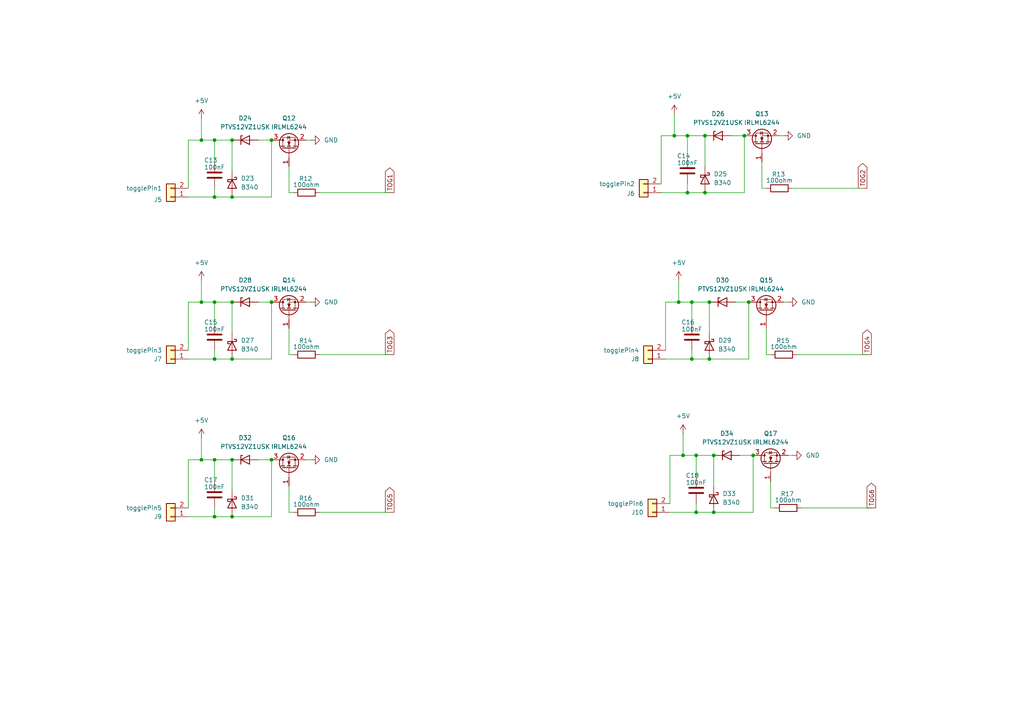
<source format=kicad_sch>
(kicad_sch (version 20231120) (generator "eeschema") (generator_version "8.0")
  (paper "A4")
  (lib_symbols
    (symbol "Connector_Generic:Conn_01x02" (pin_names (offset 1.016) hide)
      (property "Reference" "J" (at 0 2.54 0))
      (property "Value" "Conn_01x02" (at 0 -5.08 0))
      (symbol "Conn_01x02_1_1"
        (rectangle (start -1.27 -2.413) (end 0 -2.667) (stroke (width 0.1524)))
        (rectangle (start -1.27 0.127) (end 0 -0.127) (stroke (width 0.1524)))
        (rectangle (start -1.27 1.27) (end 1.27 -3.81) (stroke (width 0.254)) (fill (type background)))
        (pin passive line (at -5.08 0 0) (length 3.81) (name "Pin_1") (number "1"))
        (pin passive line (at -5.08 -2.54 0) (length 3.81) (name "Pin_2") (number "2"))
      )
    )
    (symbol "Device:C" (pin_numbers hide) (pin_names (offset 0.254))
      (property "Reference" "C" (at 0.635 2.54 0))
      (property "Value" "C" (at 0.635 -2.54 0))
      (symbol "C_0_1"
        (polyline (pts (xy -2.032 -0.762) (xy 2.032 -0.762)) (stroke (width 0.508)))
        (polyline (pts (xy -2.032 0.762) (xy 2.032 0.762)) (stroke (width 0.508)))
      )
      (symbol "C_1_1"
        (pin passive line (at 0 3.81 270) (length 2.794) (name "~") (number "1"))
        (pin passive line (at 0 -3.81 90) (length 2.794) (name "~") (number "2"))
      )
    )
    (symbol "Device:R" (pin_numbers hide) (pin_names (offset 0))
      (property "Reference" "R" (at 2.032 0 90))
      (property "Value" "R" (at 0 0 90))
      (symbol "R_0_1"
        (rectangle (start -1.016 -2.54) (end 1.016 2.54) (stroke (width 0.254)))
      )
      (symbol "R_1_1"
        (pin passive line (at 0 3.81 270) (length 1.27) (name "~") (number "1"))
        (pin passive line (at 0 -3.81 90) (length 1.27) (name "~") (number "2"))
      )
    )
    (symbol "Diode:B340" (pin_numbers hide) (pin_names (offset 1.016) hide)
      (property "Reference" "D" (at 0 2.54 0))
      (property "Value" "B340" (at 0 -2.54 0))
      (symbol "B340_0_1"
        (polyline (pts (xy 1.27 0) (xy -1.27 0)))
        (polyline (pts (xy 1.27 1.27) (xy 1.27 -1.27) (xy -1.27 0) (xy 1.27 1.27)) (stroke (width 0.254)))
        (polyline (pts (xy -1.905 0.635) (xy -1.905 1.27) (xy -1.27 1.27) (xy -1.27 -1.27) (xy -0.635 -1.27) (xy -0.635 -0.635)) (stroke (width 0.254)))
      )
      (symbol "B340_1_1"
        (pin passive line (at -3.81 0 0) (length 2.54) (name "K") (number "1"))
        (pin passive line (at 3.81 0 180) (length 2.54) (name "A") (number "2"))
      )
    )
    (symbol "Diode:PTVS12VZ1USK" (pin_numbers hide) (pin_names hide)
      (property "Reference" "D" (at 0 2.54 0))
      (property "Value" "PTVS12VZ1USK" (at 0 -2.54 0))
      (symbol "PTVS12VZ1USK_0_1"
        (polyline (pts (xy 1.27 0) (xy -1.27 0)))
        (polyline (pts (xy -1.27 -1.27) (xy -1.27 1.27) (xy -0.762 1.27)) (stroke (width 0.254)))
        (polyline (pts (xy 1.27 -1.27) (xy 1.27 1.27) (xy -1.27 0) (xy 1.27 -1.27)) (stroke (width 0.254)))
      )
      (symbol "PTVS12VZ1USK_1_1"
        (pin passive line (at -3.81 0 0) (length 2.54) (name "K") (number "1"))
        (pin passive line (at 3.81 0 180) (length 2.54) (name "A") (number "2"))
      )
    )
    (symbol "Transistor_FET:IRLML6244" (pin_names hide)
      (property "Reference" "Q" (at 5.08 1.905 0))
      (property "Value" "IRLML6244" (at 5.08 0 0))
      (symbol "IRLML6244_0_1"
        (polyline (pts (xy 0.254 0) (xy -2.54 0)))
        (polyline (pts (xy 0.254 1.905) (xy 0.254 -1.905)) (stroke (width 0.254)))
        (polyline (pts (xy 0.762 -1.27) (xy 0.762 -2.286)) (stroke (width 0.254)))
        (polyline (pts (xy 0.762 0.508) (xy 0.762 -0.508)) (stroke (width 0.254)))
        (polyline (pts (xy 0.762 2.286) (xy 0.762 1.27)) (stroke (width 0.254)))
        (polyline (pts (xy 2.54 2.54) (xy 2.54 1.778)))
        (polyline (pts (xy 2.54 -2.54) (xy 2.54 0) (xy 0.762 0)))
        (polyline (pts (xy 0.762 -1.778) (xy 3.302 -1.778) (xy 3.302 1.778) (xy 0.762 1.778)))
        (polyline (pts (xy 1.016 0) (xy 2.032 0.381) (xy 2.032 -0.381) (xy 1.016 0)) (fill (type outline)))
        (polyline (pts (xy 2.794 0.508) (xy 2.921 0.381) (xy 3.683 0.381) (xy 3.81 0.254)))
        (polyline (pts (xy 3.302 0.381) (xy 2.921 -0.254) (xy 3.683 -0.254) (xy 3.302 0.381)))
        (circle (center 1.651 0) (radius 2.794) (stroke (width 0.254)))
        (circle (center 2.54 -1.778) (radius 0.254) (fill (type outline)))
        (circle (center 2.54 1.778) (radius 0.254) (fill (type outline)))
      )
      (symbol "IRLML6244_1_1"
        (pin input line (at -5.08 0 0) (length 2.54) (name "G") (number "1"))
        (pin passive line (at 2.54 -5.08 90) (length 2.54) (name "S") (number "2"))
        (pin passive line (at 2.54 5.08 270) (length 2.54) (name "D") (number "3"))
      )
    )
    (symbol "power:+5V" (power) (pin_numbers hide) (pin_names (offset 0) hide)
      (property "Value" "+5V" (at 0 3.556 0))
      (symbol "+5V_0_1"
        (polyline (pts (xy -0.762 1.27) (xy 0 2.54)))
        (polyline (pts (xy 0 0) (xy 0 2.54)))
        (polyline (pts (xy 0 2.54) (xy 0.762 1.27)))
      )
      (symbol "+5V_1_1"
        (pin power_in line (at 0 0 90) (length 0) (name "~") (number "1"))
      )
    )
    (symbol "power:GND" (power) (pin_numbers hide) (pin_names (offset 0) hide)
      (property "Value" "GND" (at 0 -3.81 0))
      (symbol "GND_0_1"
        (polyline (pts (xy 0 0) (xy 0 -1.27) (xy 1.27 -1.27) (xy 0 -2.54) (xy -1.27 -1.27) (xy 0 -1.27)))
      )
      (symbol "GND_1_1"
        (pin power_in line (at 0 0 270) (length 0) (name "~") (number "1"))
      )
    )
  )
  (junction (at 62.23 133.35))
  (junction (at 78.74 133.35))
  (junction (at 200.66 104.14))
  (junction (at 62.23 40.64))
  (junction (at 196.85 87.63))
  (junction (at 62.23 87.63))
  (junction (at 67.31 87.63))
  (junction (at 215.9 39.37))
  (junction (at 201.93 148.59))
  (junction (at 62.23 104.14))
  (junction (at 195.58 39.37))
  (junction (at 58.42 87.63))
  (junction (at 204.47 39.37))
  (junction (at 205.74 104.14))
  (junction (at 62.23 57.15))
  (junction (at 217.17 87.63))
  (junction (at 207.01 132.08))
  (junction (at 67.31 57.15))
  (junction (at 198.12 132.08))
  (junction (at 205.74 87.63))
  (junction (at 78.74 87.63))
  (junction (at 67.31 133.35))
  (junction (at 67.31 149.86))
  (junction (at 200.66 87.63))
  (junction (at 58.42 133.35))
  (junction (at 204.47 55.88))
  (junction (at 78.74 40.64))
  (junction (at 199.39 55.88))
  (junction (at 67.31 40.64))
  (junction (at 67.31 104.14))
  (junction (at 218.44 132.08))
  (junction (at 199.39 39.37))
  (junction (at 201.93 132.08))
  (junction (at 58.42 40.64))
  (junction (at 207.01 148.59))
  (junction (at 62.23 149.86))
  (wire (pts (xy 54.61 40.64) (xy 54.61 54.61)))
  (wire (pts (xy 83.82 148.59) (xy 83.82 140.97)))
  (wire (pts (xy 199.39 39.37) (xy 199.39 45.72)))
  (wire (pts (xy 74.93 133.35) (xy 78.74 133.35)))
  (wire (pts (xy 223.52 147.32) (xy 223.52 139.7)))
  (wire (pts (xy 58.42 133.35) (xy 62.23 133.35)))
  (wire (pts (xy 85.09 148.59) (xy 83.82 148.59)))
  (wire (pts (xy 62.23 149.86) (xy 67.31 149.86)))
  (wire (pts (xy 222.25 102.87) (xy 222.25 95.25)))
  (wire (pts (xy 78.74 87.63) (xy 78.74 104.14)))
  (wire (pts (xy 201.93 148.59) (xy 207.01 148.59)))
  (wire (pts (xy 67.31 149.86) (xy 78.74 149.86)))
  (wire (pts (xy 199.39 53.34) (xy 199.39 55.88)))
  (wire (pts (xy 54.61 133.35) (xy 58.42 133.35)))
  (wire (pts (xy 54.61 87.63) (xy 58.42 87.63)))
  (wire (pts (xy 85.09 102.87) (xy 83.82 102.87)))
  (wire (pts (xy 201.93 132.08) (xy 207.01 132.08)))
  (wire (pts (xy 200.66 87.63) (xy 205.74 87.63)))
  (wire (pts (xy 191.77 55.88) (xy 199.39 55.88)))
  (wire (pts (xy 227.33 39.37) (xy 226.06 39.37)))
  (wire (pts (xy 85.09 55.88) (xy 83.82 55.88)))
  (wire (pts (xy 67.31 87.63) (xy 67.31 96.52)))
  (wire (pts (xy 74.93 40.64) (xy 78.74 40.64)))
  (wire (pts (xy 92.71 102.87) (xy 113.03 102.87)))
  (wire (pts (xy 58.42 81.28) (xy 58.42 87.63)))
  (wire (pts (xy 92.71 55.88) (xy 113.03 55.88)))
  (wire (pts (xy 83.82 55.88) (xy 83.82 48.26)))
  (wire (pts (xy 58.42 34.29) (xy 58.42 40.64)))
  (wire (pts (xy 62.23 101.6) (xy 62.23 104.14)))
  (wire (pts (xy 78.74 133.35) (xy 78.74 149.86)))
  (wire (pts (xy 67.31 57.15) (xy 78.74 57.15)))
  (wire (pts (xy 207.01 132.08) (xy 207.01 140.97)))
  (wire (pts (xy 90.17 133.35) (xy 88.9 133.35)))
  (wire (pts (xy 222.25 54.61) (xy 220.98 54.61)))
  (wire (pts (xy 229.87 54.61) (xy 250.19 54.61)))
  (wire (pts (xy 193.04 87.63) (xy 193.04 101.6)))
  (wire (pts (xy 214.63 132.08) (xy 218.44 132.08)))
  (wire (pts (xy 204.47 55.88) (xy 215.9 55.88)))
  (wire (pts (xy 215.9 39.37) (xy 215.9 55.88)))
  (wire (pts (xy 90.17 40.64) (xy 88.9 40.64)))
  (wire (pts (xy 58.42 40.64) (xy 62.23 40.64)))
  (wire (pts (xy 195.58 33.02) (xy 195.58 39.37)))
  (wire (pts (xy 67.31 133.35) (xy 67.31 142.24)))
  (wire (pts (xy 62.23 104.14) (xy 67.31 104.14)))
  (wire (pts (xy 62.23 40.64) (xy 67.31 40.64)))
  (wire (pts (xy 193.04 104.14) (xy 200.66 104.14)))
  (wire (pts (xy 213.36 87.63) (xy 217.17 87.63)))
  (wire (pts (xy 74.93 87.63) (xy 78.74 87.63)))
  (wire (pts (xy 223.52 102.87) (xy 222.25 102.87)))
  (wire (pts (xy 229.87 132.08) (xy 228.6 132.08)))
  (wire (pts (xy 198.12 132.08) (xy 201.93 132.08)))
  (wire (pts (xy 195.58 39.37) (xy 199.39 39.37)))
  (wire (pts (xy 220.98 54.61) (xy 220.98 46.99)))
  (wire (pts (xy 200.66 104.14) (xy 205.74 104.14)))
  (wire (pts (xy 205.74 87.63) (xy 205.74 96.52)))
  (wire (pts (xy 194.31 132.08) (xy 194.31 146.05)))
  (wire (pts (xy 54.61 40.64) (xy 58.42 40.64)))
  (wire (pts (xy 199.39 39.37) (xy 204.47 39.37)))
  (wire (pts (xy 193.04 87.63) (xy 196.85 87.63)))
  (wire (pts (xy 92.71 148.59) (xy 113.03 148.59)))
  (wire (pts (xy 194.31 148.59) (xy 201.93 148.59)))
  (wire (pts (xy 191.77 39.37) (xy 195.58 39.37)))
  (wire (pts (xy 228.6 87.63) (xy 227.33 87.63)))
  (wire (pts (xy 196.85 81.28) (xy 196.85 87.63)))
  (wire (pts (xy 54.61 57.15) (xy 62.23 57.15)))
  (wire (pts (xy 62.23 133.35) (xy 67.31 133.35)))
  (wire (pts (xy 200.66 87.63) (xy 200.66 93.98)))
  (wire (pts (xy 78.74 40.64) (xy 78.74 57.15)))
  (wire (pts (xy 54.61 149.86) (xy 62.23 149.86)))
  (wire (pts (xy 196.85 87.63) (xy 200.66 87.63)))
  (wire (pts (xy 83.82 102.87) (xy 83.82 95.25)))
  (wire (pts (xy 62.23 147.32) (xy 62.23 149.86)))
  (wire (pts (xy 217.17 87.63) (xy 217.17 104.14)))
  (wire (pts (xy 200.66 101.6) (xy 200.66 104.14)))
  (wire (pts (xy 218.44 132.08) (xy 218.44 148.59)))
  (wire (pts (xy 62.23 57.15) (xy 67.31 57.15)))
  (wire (pts (xy 199.39 55.88) (xy 204.47 55.88)))
  (wire (pts (xy 191.77 39.37) (xy 191.77 53.34)))
  (wire (pts (xy 62.23 54.61) (xy 62.23 57.15)))
  (wire (pts (xy 62.23 40.64) (xy 62.23 46.99)))
  (wire (pts (xy 201.93 146.05) (xy 201.93 148.59)))
  (wire (pts (xy 207.01 148.59) (xy 218.44 148.59)))
  (wire (pts (xy 205.74 104.14) (xy 217.17 104.14)))
  (wire (pts (xy 58.42 127) (xy 58.42 133.35)))
  (wire (pts (xy 212.09 39.37) (xy 215.9 39.37)))
  (wire (pts (xy 232.41 147.32) (xy 252.73 147.32)))
  (wire (pts (xy 231.14 102.87) (xy 251.46 102.87)))
  (wire (pts (xy 198.12 125.73) (xy 198.12 132.08)))
  (wire (pts (xy 201.93 132.08) (xy 201.93 138.43)))
  (wire (pts (xy 54.61 87.63) (xy 54.61 101.6)))
  (wire (pts (xy 62.23 87.63) (xy 62.23 93.98)))
  (wire (pts (xy 62.23 87.63) (xy 67.31 87.63)))
  (wire (pts (xy 62.23 133.35) (xy 62.23 139.7)))
  (wire (pts (xy 224.79 147.32) (xy 223.52 147.32)))
  (wire (pts (xy 67.31 40.64) (xy 67.31 49.53)))
  (wire (pts (xy 90.17 87.63) (xy 88.9 87.63)))
  (wire (pts (xy 194.31 132.08) (xy 198.12 132.08)))
  (wire (pts (xy 58.42 87.63) (xy 62.23 87.63)))
  (wire (pts (xy 54.61 133.35) (xy 54.61 147.32)))
  (wire (pts (xy 204.47 39.37) (xy 204.47 48.26)))
  (wire (pts (xy 54.61 104.14) (xy 62.23 104.14)))
  (wire (pts (xy 67.31 104.14) (xy 78.74 104.14)))
  (global_label "TOG5" (shape output) (at 113.03 148.59 90) (property "Intersheetrefs" "${INTERSHEET_REFS}" (effects (hide yes))))
  (global_label "TOG6" (shape output) (at 252.73 147.32 90) (property "Intersheetrefs" "${INTERSHEET_REFS}" (effects (hide yes))))
  (global_label "TOG4" (shape output) (at 251.46 102.87 90) (property "Intersheetrefs" "${INTERSHEET_REFS}" (effects (hide yes))))
  (global_label "TOG1" (shape output) (at 113.03 55.88 90) (property "Intersheetrefs" "${INTERSHEET_REFS}" (effects (hide yes))))
  (global_label "TOG3" (shape output) (at 113.03 102.87 90) (property "Intersheetrefs" "${INTERSHEET_REFS}" (effects (hide yes))))
  (global_label "TOG2" (shape output) (at 250.19 54.61 90) (property "Intersheetrefs" "${INTERSHEET_REFS}" (effects (hide yes))))
  (symbol (lib_id "power:+5V") (at 198.12 125.73 0) (unit 1)
    (property "Reference" "#PWR046" (effects (hide yes)))
    (property "Value" "+5V" (at 198.12 120.65 0))
    (property "Description" "Power symbol creates a global label with name \"+5V\"" (effects (hide yes)))
  )
  (symbol (lib_id "Device:C") (at 62.23 143.51 0) (unit 1)
    (property "Reference" "C17" (at 59.182 139.192 0) (effects (justify left)))
    (property "Value" "100nF" (at 59.182 141.224 0) (effects (justify left)))
    (property "Footprint" "Capacitor_SMD:C_0603_1608Metric_Pad1.08x0.95mm_HandSolder" (effects (hide yes)))
    (property "Description" "Unpolarized capacitor" (effects (hide yes)))
  )
  (symbol (lib_id "Connector_Generic:Conn_01x02") (at 187.96 104.14 180) (unit 1)
    (property "Reference" "J8" (at 185.42 104.1401 0) (effects (justify left)))
    (property "Value" "togglePin4" (at 185.42 101.6001 0) (effects (justify left)))
    (property "Footprint" "Connector_JST:JST_XH_S2B-XH-A_1x02_P2.50mm_Horizontal" (effects (hide yes)))
    (property "Description" "Generic connector, single row, 01x02, script generated (kicad-library-utils/schlib/autogen/connector/)" (effects (hide yes)))
  )
  (symbol (lib_id "Transistor_FET:IRLML6244") (at 83.82 43.18 90) (unit 1)
    (property "Reference" "Q12" (at 83.82 34.29 90))
    (property "Value" "IRLML6244" (at 83.82 36.83 90))
    (property "Footprint" "Package_TO_SOT_SMD:SOT-23" (effects (hide yes)))
    (property "Datasheet" "https://www.infineon.com/dgdl/Infineon-IRLML6244-DataSheet-v01_01-EN.pdf?fileId=5546d462533600a4015356686fed261f" (effects (hide yes)))
    (property "Description" "6.3A Id, 20V Vds, 21mOhm Rds, N-Channel StrongIRFET Power MOSFET, SOT-23" (effects (hide yes)))
  )
  (symbol (lib_id "Connector_Generic:Conn_01x02") (at 49.53 149.86 180) (unit 1)
    (property "Reference" "J9" (at 46.99 149.8601 0) (effects (justify left)))
    (property "Value" "togglePin5" (at 46.99 147.3201 0) (effects (justify left)))
    (property "Footprint" "Connector_JST:JST_XH_S2B-XH-A_1x02_P2.50mm_Horizontal" (effects (hide yes)))
    (property "Description" "Generic connector, single row, 01x02, script generated (kicad-library-utils/schlib/autogen/connector/)" (effects (hide yes)))
  )
  (symbol (lib_id "Transistor_FET:IRLML6244") (at 220.98 41.91 90) (unit 1)
    (property "Reference" "Q13" (at 220.98 33.02 90))
    (property "Value" "IRLML6244" (at 220.98 35.56 90))
    (property "Footprint" "Package_TO_SOT_SMD:SOT-23" (effects (hide yes)))
    (property "Datasheet" "https://www.infineon.com/dgdl/Infineon-IRLML6244-DataSheet-v01_01-EN.pdf?fileId=5546d462533600a4015356686fed261f" (effects (hide yes)))
    (property "Description" "6.3A Id, 20V Vds, 21mOhm Rds, N-Channel StrongIRFET Power MOSFET, SOT-23" (effects (hide yes)))
  )
  (symbol (lib_id "Diode:B340") (at 67.31 146.05 270) (unit 1)
    (property "Reference" "D31" (at 69.85 144.4624 90) (effects (justify left)))
    (property "Value" "B340" (at 69.85 147.0024 90) (effects (justify left)))
    (property "Footprint" "Diode_SMD:D_SMC" (effects (hide yes)))
    (property "Datasheet" "http://www.jameco.com/Jameco/Products/ProdDS/1538777.pdf" (effects (hide yes)))
    (property "Description" "40V 3A Schottky Barrier Rectifier Diode, SMC" (effects (hide yes)))
  )
  (symbol (lib_id "Transistor_FET:IRLML6244") (at 83.82 135.89 90) (unit 1)
    (property "Reference" "Q16" (at 83.82 127 90))
    (property "Value" "IRLML6244" (at 83.82 129.54 90))
    (property "Footprint" "Package_TO_SOT_SMD:SOT-23" (effects (hide yes)))
    (property "Datasheet" "https://www.infineon.com/dgdl/Infineon-IRLML6244-DataSheet-v01_01-EN.pdf?fileId=5546d462533600a4015356686fed261f" (effects (hide yes)))
    (property "Description" "6.3A Id, 20V Vds, 21mOhm Rds, N-Channel StrongIRFET Power MOSFET, SOT-23" (effects (hide yes)))
  )
  (symbol (lib_id "Diode:PTVS12VZ1USK") (at 208.28 39.37 0) (unit 1)
    (property "Reference" "D26" (at 208.28 33.02 0))
    (property "Value" "PTVS12VZ1USK" (at 208.28 35.56 0))
    (property "Footprint" "Diode_SMD:Nexperia_DSN1608-2_1.6x0.8mm" (effects (hide yes)))
    (property "Datasheet" "https://assets.nexperia.com/documents/data-sheet/PTVS12VZ1USK.pdf" (effects (hide yes)))
    (property "Description" "12V, 1900W TVS unidirectional diode, DSN1608-2" (effects (hide yes)))
  )
  (symbol (lib_id "Diode:B340") (at 67.31 100.33 270) (unit 1)
    (property "Reference" "D27" (at 69.85 98.7424 90) (effects (justify left)))
    (property "Value" "B340" (at 69.85 101.2824 90) (effects (justify left)))
    (property "Footprint" "Diode_SMD:D_SMC" (effects (hide yes)))
    (property "Datasheet" "http://www.jameco.com/Jameco/Products/ProdDS/1538777.pdf" (effects (hide yes)))
    (property "Description" "40V 3A Schottky Barrier Rectifier Diode, SMC" (effects (hide yes)))
  )
  (symbol (lib_id "Diode:PTVS12VZ1USK") (at 71.12 133.35 0) (unit 1)
    (property "Reference" "D32" (at 71.12 127 0))
    (property "Value" "PTVS12VZ1USK" (at 71.12 129.54 0))
    (property "Footprint" "Diode_SMD:Nexperia_DSN1608-2_1.6x0.8mm" (effects (hide yes)))
    (property "Datasheet" "https://assets.nexperia.com/documents/data-sheet/PTVS12VZ1USK.pdf" (effects (hide yes)))
    (property "Description" "12V, 1900W TVS unidirectional diode, DSN1608-2" (effects (hide yes)))
  )
  (symbol (lib_id "Connector_Generic:Conn_01x02") (at 186.69 55.88 180) (unit 1)
    (property "Reference" "J6" (at 184.15 56.134 0) (effects (justify left)))
    (property "Value" "togglePin2" (at 184.15 53.3401 0) (effects (justify left)))
    (property "Footprint" "Connector_JST:JST_XH_S2B-XH-A_1x02_P2.50mm_Horizontal" (effects (hide yes)))
    (property "Description" "Generic connector, single row, 01x02, script generated (kicad-library-utils/schlib/autogen/connector/)" (effects (hide yes)))
  )
  (symbol (lib_id "Device:R") (at 226.06 54.61 270) (unit 1)
    (property "Reference" "R13" (at 225.806 50.546 90))
    (property "Value" "100ohm" (at 226.06 52.324 90))
    (property "Footprint" "Resistor_SMD:R_0603_1608Metric_Pad0.98x0.95mm_HandSolder" (effects (hide yes)))
    (property "Description" "Resistor" (effects (hide yes)))
  )
  (symbol (lib_id "Connector_Generic:Conn_01x02") (at 49.53 57.15 180) (unit 1)
    (property "Reference" "J5" (at 46.99 57.912 0) (effects (justify left)))
    (property "Value" "togglePin1" (at 46.99 54.6101 0) (effects (justify left)))
    (property "Footprint" "Connector_JST:JST_XH_S2B-XH-A_1x02_P2.50mm_Horizontal" (effects (hide yes)))
    (property "Description" "Generic connector, single row, 01x02, script generated (kicad-library-utils/schlib/autogen/connector/)" (effects (hide yes)))
  )
  (symbol (lib_id "Transistor_FET:IRLML6244") (at 223.52 134.62 90) (unit 1)
    (property "Reference" "Q17" (at 223.52 125.73 90))
    (property "Value" "IRLML6244" (at 223.52 128.27 90))
    (property "Footprint" "Package_TO_SOT_SMD:SOT-23" (effects (hide yes)))
    (property "Datasheet" "https://www.infineon.com/dgdl/Infineon-IRLML6244-DataSheet-v01_01-EN.pdf?fileId=5546d462533600a4015356686fed261f" (effects (hide yes)))
    (property "Description" "6.3A Id, 20V Vds, 21mOhm Rds, N-Channel StrongIRFET Power MOSFET, SOT-23" (effects (hide yes)))
  )
  (symbol (lib_id "Diode:B340") (at 204.47 52.07 270) (unit 1)
    (property "Reference" "D25" (at 207.01 50.4824 90) (effects (justify left)))
    (property "Value" "B340" (at 207.01 53.0224 90) (effects (justify left)))
    (property "Footprint" "Diode_SMD:D_SMC" (effects (hide yes)))
    (property "Datasheet" "http://www.jameco.com/Jameco/Products/ProdDS/1538777.pdf" (effects (hide yes)))
    (property "Description" "40V 3A Schottky Barrier Rectifier Diode, SMC" (effects (hide yes)))
  )
  (symbol (lib_id "Transistor_FET:IRLML6244") (at 83.82 90.17 90) (unit 1)
    (property "Reference" "Q14" (at 83.82 81.28 90))
    (property "Value" "IRLML6244" (at 83.82 83.82 90))
    (property "Footprint" "Package_TO_SOT_SMD:SOT-23" (effects (hide yes)))
    (property "Datasheet" "https://www.infineon.com/dgdl/Infineon-IRLML6244-DataSheet-v01_01-EN.pdf?fileId=5546d462533600a4015356686fed261f" (effects (hide yes)))
    (property "Description" "6.3A Id, 20V Vds, 21mOhm Rds, N-Channel StrongIRFET Power MOSFET, SOT-23" (effects (hide yes)))
  )
  (symbol (lib_id "Device:R") (at 228.6 147.32 270) (unit 1)
    (property "Reference" "R17" (at 228.346 143.256 90))
    (property "Value" "100ohm" (at 228.6 145.034 90))
    (property "Footprint" "Resistor_SMD:R_0603_1608Metric_Pad0.98x0.95mm_HandSolder" (effects (hide yes)))
    (property "Description" "Resistor" (effects (hide yes)))
  )
  (symbol (lib_id "Device:R") (at 88.9 55.88 270) (unit 1)
    (property "Reference" "R12" (at 88.646 51.816 90))
    (property "Value" "100ohm" (at 88.9 53.594 90))
    (property "Footprint" "Resistor_SMD:R_0603_1608Metric_Pad0.98x0.95mm_HandSolder" (effects (hide yes)))
    (property "Description" "Resistor" (effects (hide yes)))
  )
  (symbol (lib_id "Connector_Generic:Conn_01x02") (at 189.23 148.59 180) (unit 1)
    (property "Reference" "J10" (at 186.69 148.5901 0) (effects (justify left)))
    (property "Value" "togglePin6" (at 186.69 146.0501 0) (effects (justify left)))
    (property "Footprint" "Connector_JST:JST_XH_S2B-XH-A_1x02_P2.50mm_Horizontal" (effects (hide yes)))
    (property "Description" "Generic connector, single row, 01x02, script generated (kicad-library-utils/schlib/autogen/connector/)" (effects (hide yes)))
  )
  (symbol (lib_id "Diode:B340") (at 205.74 100.33 270) (unit 1)
    (property "Reference" "D29" (at 208.28 98.7424 90) (effects (justify left)))
    (property "Value" "B340" (at 208.28 101.2824 90) (effects (justify left)))
    (property "Footprint" "Diode_SMD:D_SMC" (effects (hide yes)))
    (property "Datasheet" "http://www.jameco.com/Jameco/Products/ProdDS/1538777.pdf" (effects (hide yes)))
    (property "Description" "40V 3A Schottky Barrier Rectifier Diode, SMC" (effects (hide yes)))
  )
  (symbol (lib_id "power:GND") (at 229.87 132.08 90) (unit 1)
    (property "Reference" "#PWR047" (effects (hide yes)))
    (property "Value" "GND" (at 233.68 132.0799 90) (effects (justify right)))
    (property "Description" "Power symbol creates a global label with name \"GND\" , ground" (effects (hide yes)))
  )
  (symbol (lib_id "Device:C") (at 62.23 50.8 0) (unit 1)
    (property "Reference" "C13" (at 59.182 46.482 0) (effects (justify left)))
    (property "Value" "100nF" (at 59.182 48.514 0) (effects (justify left)))
    (property "Footprint" "Capacitor_SMD:C_0603_1608Metric_Pad1.08x0.95mm_HandSolder" (effects (hide yes)))
    (property "Description" "Unpolarized capacitor" (effects (hide yes)))
  )
  (symbol (lib_id "power:GND") (at 90.17 87.63 90) (unit 1)
    (property "Reference" "#PWR021" (effects (hide yes)))
    (property "Value" "GND" (at 93.98 87.6299 90) (effects (justify right)))
    (property "Description" "Power symbol creates a global label with name \"GND\" , ground" (effects (hide yes)))
  )
  (symbol (lib_id "Diode:PTVS12VZ1USK") (at 210.82 132.08 0) (unit 1)
    (property "Reference" "D34" (at 210.82 125.73 0))
    (property "Value" "PTVS12VZ1USK" (at 210.82 128.27 0))
    (property "Footprint" "Diode_SMD:Nexperia_DSN1608-2_1.6x0.8mm" (effects (hide yes)))
    (property "Datasheet" "https://assets.nexperia.com/documents/data-sheet/PTVS12VZ1USK.pdf" (effects (hide yes)))
    (property "Description" "12V, 1900W TVS unidirectional diode, DSN1608-2" (effects (hide yes)))
  )
  (symbol (lib_id "power:+5V") (at 58.42 81.28 0) (unit 1)
    (property "Reference" "#PWR08" (effects (hide yes)))
    (property "Value" "+5V" (at 58.42 76.2 0))
    (property "Description" "Power symbol creates a global label with name \"+5V\"" (effects (hide yes)))
  )
  (symbol (lib_id "Device:C") (at 200.66 97.79 0) (unit 1)
    (property "Reference" "C16" (at 197.612 93.472 0) (effects (justify left)))
    (property "Value" "100nF" (at 197.612 95.504 0) (effects (justify left)))
    (property "Footprint" "Capacitor_SMD:C_0603_1608Metric_Pad1.08x0.95mm_HandSolder" (effects (hide yes)))
    (property "Description" "Unpolarized capacitor" (effects (hide yes)))
  )
  (symbol (lib_id "Device:C") (at 201.93 142.24 0) (unit 1)
    (property "Reference" "C18" (at 198.882 137.922 0) (effects (justify left)))
    (property "Value" "100nF" (at 198.882 139.954 0) (effects (justify left)))
    (property "Footprint" "Capacitor_SMD:C_0603_1608Metric_Pad1.08x0.95mm_HandSolder" (effects (hide yes)))
    (property "Description" "Unpolarized capacitor" (effects (hide yes)))
  )
  (symbol (lib_id "power:GND") (at 90.17 40.64 90) (unit 1)
    (property "Reference" "#PWR019" (effects (hide yes)))
    (property "Value" "GND" (at 93.98 40.6399 90) (effects (justify right)))
    (property "Description" "Power symbol creates a global label with name \"GND\" , ground" (effects (hide yes)))
  )
  (symbol (lib_id "Diode:PTVS12VZ1USK") (at 71.12 87.63 0) (unit 1)
    (property "Reference" "D28" (at 71.12 81.28 0))
    (property "Value" "PTVS12VZ1USK" (at 71.12 83.82 0))
    (property "Footprint" "Diode_SMD:Nexperia_DSN1608-2_1.6x0.8mm" (effects (hide yes)))
    (property "Datasheet" "https://assets.nexperia.com/documents/data-sheet/PTVS12VZ1USK.pdf" (effects (hide yes)))
    (property "Description" "12V, 1900W TVS unidirectional diode, DSN1608-2" (effects (hide yes)))
  )
  (symbol (lib_id "Device:R") (at 88.9 148.59 270) (unit 1)
    (property "Reference" "R16" (at 88.646 144.526 90))
    (property "Value" "100ohm" (at 88.9 146.304 90))
    (property "Footprint" "Resistor_SMD:R_0603_1608Metric_Pad0.98x0.95mm_HandSolder" (effects (hide yes)))
    (property "Description" "Resistor" (effects (hide yes)))
  )
  (symbol (lib_id "power:GND") (at 90.17 133.35 90) (unit 1)
    (property "Reference" "#PWR045" (effects (hide yes)))
    (property "Value" "GND" (at 93.98 133.3499 90) (effects (justify right)))
    (property "Description" "Power symbol creates a global label with name \"GND\" , ground" (effects (hide yes)))
  )
  (symbol (lib_id "power:GND") (at 227.33 39.37 90) (unit 1)
    (property "Reference" "#PWR020" (effects (hide yes)))
    (property "Value" "GND" (at 231.14 39.3699 90) (effects (justify right)))
    (property "Description" "Power symbol creates a global label with name \"GND\" , ground" (effects (hide yes)))
  )
  (symbol (lib_id "Diode:B340") (at 67.31 53.34 270) (unit 1)
    (property "Reference" "D23" (at 69.85 51.7524 90) (effects (justify left)))
    (property "Value" "B340" (at 69.85 54.2924 90) (effects (justify left)))
    (property "Footprint" "Diode_SMD:D_SMC" (effects (hide yes)))
    (property "Datasheet" "http://www.jameco.com/Jameco/Products/ProdDS/1538777.pdf" (effects (hide yes)))
    (property "Description" "40V 3A Schottky Barrier Rectifier Diode, SMC" (effects (hide yes)))
  )
  (symbol (lib_id "Transistor_FET:IRLML6244") (at 222.25 90.17 90) (unit 1)
    (property "Reference" "Q15" (at 222.25 81.28 90))
    (property "Value" "IRLML6244" (at 222.25 83.82 90))
    (property "Footprint" "Package_TO_SOT_SMD:SOT-23" (effects (hide yes)))
    (property "Datasheet" "https://www.infineon.com/dgdl/Infineon-IRLML6244-DataSheet-v01_01-EN.pdf?fileId=5546d462533600a4015356686fed261f" (effects (hide yes)))
    (property "Description" "6.3A Id, 20V Vds, 21mOhm Rds, N-Channel StrongIRFET Power MOSFET, SOT-23" (effects (hide yes)))
  )
  (symbol (lib_id "Diode:PTVS12VZ1USK") (at 71.12 40.64 0) (unit 1)
    (property "Reference" "D24" (at 71.12 34.29 0))
    (property "Value" "PTVS12VZ1USK" (at 71.12 36.83 0))
    (property "Footprint" "Diode_SMD:Nexperia_DSN1608-2_1.6x0.8mm" (effects (hide yes)))
    (property "Datasheet" "https://assets.nexperia.com/documents/data-sheet/PTVS12VZ1USK.pdf" (effects (hide yes)))
    (property "Description" "12V, 1900W TVS unidirectional diode, DSN1608-2" (effects (hide yes)))
  )
  (symbol (lib_id "Device:R") (at 88.9 102.87 270) (unit 1)
    (property "Reference" "R14" (at 88.646 98.806 90))
    (property "Value" "100ohm" (at 88.9 100.584 90))
    (property "Footprint" "Resistor_SMD:R_0603_1608Metric_Pad0.98x0.95mm_HandSolder" (effects (hide yes)))
    (property "Description" "Resistor" (effects (hide yes)))
  )
  (symbol (lib_id "power:+5V") (at 58.42 34.29 0) (unit 1)
    (property "Reference" "#PWR02" (effects (hide yes)))
    (property "Value" "+5V" (at 58.42 29.21 0))
    (property "Description" "Power symbol creates a global label with name \"+5V\"" (effects (hide yes)))
  )
  (symbol (lib_id "power:+5V") (at 58.42 127 0) (unit 1)
    (property "Reference" "#PWR010" (effects (hide yes)))
    (property "Value" "+5V" (at 58.42 121.92 0))
    (property "Description" "Power symbol creates a global label with name \"+5V\"" (effects (hide yes)))
  )
  (symbol (lib_id "Diode:B340") (at 207.01 144.78 270) (unit 1)
    (property "Reference" "D33" (at 209.55 143.1924 90) (effects (justify left)))
    (property "Value" "B340" (at 209.55 145.7324 90) (effects (justify left)))
    (property "Footprint" "Diode_SMD:D_SMC" (effects (hide yes)))
    (property "Datasheet" "http://www.jameco.com/Jameco/Products/ProdDS/1538777.pdf" (effects (hide yes)))
    (property "Description" "40V 3A Schottky Barrier Rectifier Diode, SMC" (effects (hide yes)))
  )
  (symbol (lib_id "Connector_Generic:Conn_01x02") (at 49.53 104.14 180) (unit 1)
    (property "Reference" "J7" (at 46.99 104.1401 0) (effects (justify left)))
    (property "Value" "togglePin3" (at 46.99 101.6001 0) (effects (justify left)))
    (property "Footprint" "Connector_JST:JST_XH_S2B-XH-A_1x02_P2.50mm_Horizontal" (effects (hide yes)))
    (property "Description" "Generic connector, single row, 01x02, script generated (kicad-library-utils/schlib/autogen/connector/)" (effects (hide yes)))
  )
  (symbol (lib_id "Diode:PTVS12VZ1USK") (at 209.55 87.63 0) (unit 1)
    (property "Reference" "D30" (at 209.55 81.28 0))
    (property "Value" "PTVS12VZ1USK" (at 209.55 83.82 0))
    (property "Footprint" "Diode_SMD:Nexperia_DSN1608-2_1.6x0.8mm" (effects (hide yes)))
    (property "Datasheet" "https://assets.nexperia.com/documents/data-sheet/PTVS12VZ1USK.pdf" (effects (hide yes)))
    (property "Description" "12V, 1900W TVS unidirectional diode, DSN1608-2" (effects (hide yes)))
  )
  (symbol (lib_id "power:+5V") (at 195.58 33.02 0) (unit 1)
    (property "Reference" "#PWR07" (effects (hide yes)))
    (property "Value" "+5V" (at 195.58 27.94 0))
    (property "Description" "Power symbol creates a global label with name \"+5V\"" (effects (hide yes)))
  )
  (symbol (lib_id "Device:C") (at 62.23 97.79 0) (unit 1)
    (property "Reference" "C15" (at 59.182 93.472 0) (effects (justify left)))
    (property "Value" "100nF" (at 59.182 95.504 0) (effects (justify left)))
    (property "Footprint" "Capacitor_SMD:C_0603_1608Metric_Pad1.08x0.95mm_HandSolder" (effects (hide yes)))
    (property "Description" "Unpolarized capacitor" (effects (hide yes)))
  )
  (symbol (lib_id "power:+5V") (at 196.85 81.28 0) (unit 1)
    (property "Reference" "#PWR09" (effects (hide yes)))
    (property "Value" "+5V" (at 196.85 76.2 0))
    (property "Description" "Power symbol creates a global label with name \"+5V\"" (effects (hide yes)))
  )
  (symbol (lib_id "Device:R") (at 227.33 102.87 270) (unit 1)
    (property "Reference" "R15" (at 227.076 98.806 90))
    (property "Value" "100ohm" (at 227.33 100.584 90))
    (property "Footprint" "Resistor_SMD:R_0603_1608Metric_Pad0.98x0.95mm_HandSolder" (effects (hide yes)))
    (property "Description" "Resistor" (effects (hide yes)))
  )
  (symbol (lib_id "power:GND") (at 228.6 87.63 90) (unit 1)
    (property "Reference" "#PWR044" (effects (hide yes)))
    (property "Value" "GND" (at 232.41 87.6299 90) (effects (justify right)))
    (property "Description" "Power symbol creates a global label with name \"GND\" , ground" (effects (hide yes)))
  )
  (symbol (lib_id "Device:C") (at 199.39 49.53 0) (unit 1)
    (property "Reference" "C14" (at 196.342 45.212 0) (effects (justify left)))
    (property "Value" "100nF" (at 196.342 47.244 0) (effects (justify left)))
    (property "Footprint" "Capacitor_SMD:C_0603_1608Metric_Pad1.08x0.95mm_HandSolder" (effects (hide yes)))
    (property "Description" "Unpolarized capacitor" (effects (hide yes)))
  )
)
</source>
